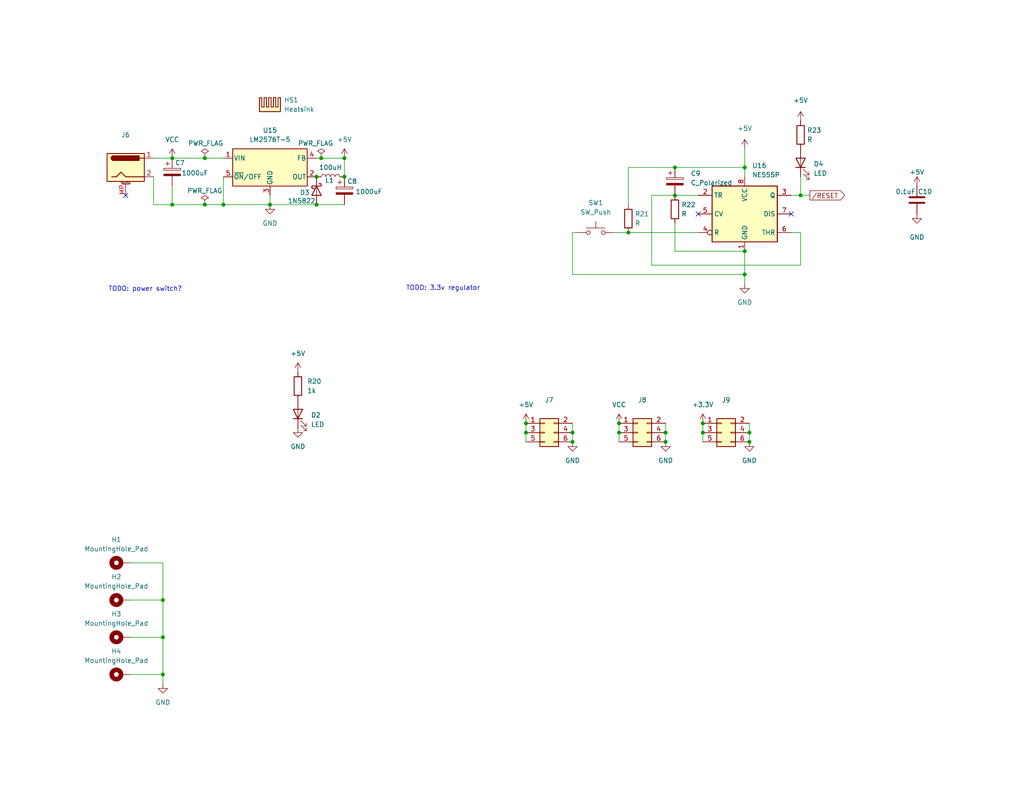
<source format=kicad_sch>
(kicad_sch (version 20231120) (generator "eeschema") (generator_version "8.0")
  (paper "A")
  (title_block (title "Mackerel-10 SBC v1") (date "2024-09-23") (rev "1.0a") (company "Colin Maykish"))
  (lib_symbols
    (symbol "Connector:Barrel_Jack_MountingPin" (pin_names hide)
      (property "Reference" "J" (at 0 5.334 0))
      (property "Value" "Barrel_Jack_MountingPin" (at 1.27 -6.35 0))
      (symbol "Barrel_Jack_MountingPin_0_1"
        (rectangle (start -5.08 3.81) (end 5.08 -3.81) (stroke (width 0.254)) (fill (type background)))
        (arc (start -3.302 3.175) (mid -3.9343 2.54) (end -3.302 1.905) (stroke (width 0.254)))
        (arc (start -3.302 3.175) (mid -3.9343 2.54) (end -3.302 1.905) (stroke (width 0.254)) (fill (type outline)))
        (polyline (pts (xy 5.08 2.54) (xy 3.81 2.54)) (stroke (width 0.254)))
        (polyline (pts (xy -3.81 -2.54) (xy -2.54 -2.54) (xy -1.27 -1.27) (xy 0 -2.54) (xy 2.54 -2.54) (xy 5.08 -2.54)) (stroke (width 0.254)))
        (rectangle (start 3.683 3.175) (end -3.302 1.905) (stroke (width 0.254)) (fill (type outline)))
      )
      (symbol "Barrel_Jack_MountingPin_1_1"
        (polyline (pts (xy -1.016 -4.572) (xy 1.016 -4.572)) (stroke (width 0.1524)))
        (text "Mounting" (at 0 -4.191 0) (effects (font (size 0.381 0.381))))
        (pin passive line (at 7.62 2.54 180) (length 2.54) (name "~") (number "1"))
        (pin passive line (at 7.62 -2.54 180) (length 2.54) (name "~") (number "2"))
        (pin passive line (at 0 -7.62 90) (length 3.048) (name "MountPin") (number "MP"))
      )
    )
    (symbol "Connector_Generic:Conn_02x03_Odd_Even" (pin_names (offset 1.016) hide)
      (property "Reference" "J" (at 1.27 5.08 0))
      (property "Value" "Conn_02x03_Odd_Even" (at 1.27 -5.08 0))
      (symbol "Conn_02x03_Odd_Even_1_1"
        (rectangle (start -1.27 -2.413) (end 0 -2.667) (stroke (width 0.1524)))
        (rectangle (start -1.27 0.127) (end 0 -0.127) (stroke (width 0.1524)))
        (rectangle (start -1.27 2.667) (end 0 2.413) (stroke (width 0.1524)))
        (rectangle (start -1.27 3.81) (end 3.81 -3.81) (stroke (width 0.254)) (fill (type background)))
        (rectangle (start 3.81 -2.413) (end 2.54 -2.667) (stroke (width 0.1524)))
        (rectangle (start 3.81 0.127) (end 2.54 -0.127) (stroke (width 0.1524)))
        (rectangle (start 3.81 2.667) (end 2.54 2.413) (stroke (width 0.1524)))
        (pin passive line (at -5.08 2.54 0) (length 3.81) (name "Pin_1") (number "1"))
        (pin passive line (at 7.62 2.54 180) (length 3.81) (name "Pin_2") (number "2"))
        (pin passive line (at -5.08 0 0) (length 3.81) (name "Pin_3") (number "3"))
        (pin passive line (at 7.62 0 180) (length 3.81) (name "Pin_4") (number "4"))
        (pin passive line (at -5.08 -2.54 0) (length 3.81) (name "Pin_5") (number "5"))
        (pin passive line (at 7.62 -2.54 180) (length 3.81) (name "Pin_6") (number "6"))
      )
    )
    (symbol "Device:C" (pin_numbers hide) (pin_names (offset 0.254))
      (property "Reference" "C" (at 0.635 2.54 0))
      (property "Value" "C" (at 0.635 -2.54 0))
      (symbol "C_0_1"
        (polyline (pts (xy -2.032 -0.762) (xy 2.032 -0.762)) (stroke (width 0.508)))
        (polyline (pts (xy -2.032 0.762) (xy 2.032 0.762)) (stroke (width 0.508)))
      )
      (symbol "C_1_1"
        (pin passive line (at 0 3.81 270) (length 2.794) (name "~") (number "1"))
        (pin passive line (at 0 -3.81 90) (length 2.794) (name "~") (number "2"))
      )
    )
    (symbol "Device:C_Polarized" (pin_numbers hide) (pin_names (offset 0.254))
      (property "Reference" "C" (at 0.635 2.54 0))
      (property "Value" "C_Polarized" (at 0.635 -2.54 0))
      (symbol "C_Polarized_0_1"
        (rectangle (start -2.286 0.508) (end 2.286 1.016))
        (polyline (pts (xy -1.778 2.286) (xy -0.762 2.286)))
        (polyline (pts (xy -1.27 2.794) (xy -1.27 1.778)))
        (rectangle (start 2.286 -0.508) (end -2.286 -1.016) (fill (type outline)))
      )
      (symbol "C_Polarized_1_1"
        (pin passive line (at 0 3.81 270) (length 2.794) (name "~") (number "1"))
        (pin passive line (at 0 -3.81 90) (length 2.794) (name "~") (number "2"))
      )
    )
    (symbol "Device:D_Schottky" (pin_numbers hide) (pin_names (offset 1.016) hide)
      (property "Reference" "D" (at 0 2.54 0))
      (property "Value" "D_Schottky" (at 0 -2.54 0))
      (symbol "D_Schottky_0_1"
        (polyline (pts (xy 1.27 0) (xy -1.27 0)))
        (polyline (pts (xy 1.27 1.27) (xy 1.27 -1.27) (xy -1.27 0) (xy 1.27 1.27)) (stroke (width 0.254)))
        (polyline (pts (xy -1.905 0.635) (xy -1.905 1.27) (xy -1.27 1.27) (xy -1.27 -1.27) (xy -0.635 -1.27) (xy -0.635 -0.635)) (stroke (width 0.254)))
      )
      (symbol "D_Schottky_1_1"
        (pin passive line (at -3.81 0 0) (length 2.54) (name "K") (number "1"))
        (pin passive line (at 3.81 0 180) (length 2.54) (name "A") (number "2"))
      )
    )
    (symbol "Device:L" (pin_numbers hide) (pin_names (offset 1.016) hide)
      (property "Reference" "L" (at -1.27 0 90))
      (property "Value" "L" (at 1.905 0 90))
      (symbol "L_0_1"
        (arc (start 0 -2.54) (mid 0.6323 -1.905) (end 0 -1.27))
        (arc (start 0 -1.27) (mid 0.6323 -0.635) (end 0 0))
        (arc (start 0 0) (mid 0.6323 0.635) (end 0 1.27))
        (arc (start 0 1.27) (mid 0.6323 1.905) (end 0 2.54))
      )
      (symbol "L_1_1"
        (pin passive line (at 0 3.81 270) (length 1.27) (name "1") (number "1"))
        (pin passive line (at 0 -3.81 90) (length 1.27) (name "2") (number "2"))
      )
    )
    (symbol "Device:LED" (pin_numbers hide) (pin_names (offset 1.016) hide)
      (property "Reference" "D" (at 0 2.54 0))
      (property "Value" "LED" (at 0 -2.54 0))
      (symbol "LED_0_1"
        (polyline (pts (xy -1.27 -1.27) (xy -1.27 1.27)) (stroke (width 0.254)))
        (polyline (pts (xy -1.27 0) (xy 1.27 0)))
        (polyline (pts (xy 1.27 -1.27) (xy 1.27 1.27) (xy -1.27 0) (xy 1.27 -1.27)) (stroke (width 0.254)))
        (polyline (pts (xy -3.048 -0.762) (xy -4.572 -2.286) (xy -3.81 -2.286) (xy -4.572 -2.286) (xy -4.572 -1.524)))
        (polyline (pts (xy -1.778 -0.762) (xy -3.302 -2.286) (xy -2.54 -2.286) (xy -3.302 -2.286) (xy -3.302 -1.524)))
      )
      (symbol "LED_1_1"
        (pin passive line (at -3.81 0 0) (length 2.54) (name "K") (number "1"))
        (pin passive line (at 3.81 0 180) (length 2.54) (name "A") (number "2"))
      )
    )
    (symbol "Device:R" (pin_numbers hide) (pin_names (offset 0))
      (property "Reference" "R" (at 2.032 0 90))
      (property "Value" "R" (at 0 0 90))
      (symbol "R_0_1"
        (rectangle (start -1.016 -2.54) (end 1.016 2.54) (stroke (width 0.254)))
      )
      (symbol "R_1_1"
        (pin passive line (at 0 3.81 270) (length 1.27) (name "~") (number "1"))
        (pin passive line (at 0 -3.81 90) (length 1.27) (name "~") (number "2"))
      )
    )
    (symbol "Mechanical:Heatsink" (pin_names (offset 1.016)) (exclude_from_sim yes)
      (property "Reference" "HS" (at 0 5.08 0))
      (property "Value" "Heatsink" (at 0 -1.27 0))
      (symbol "Heatsink_0_1"
        (polyline (pts (xy -0.3302 1.27) (xy -0.9652 1.27) (xy -0.9652 3.81) (xy -1.6002 3.81) (xy -1.6002 1.27) (xy -2.2352 1.27) (xy -2.2352 3.81) (xy -2.8702 3.81) (xy -2.8702 0) (xy -0.9652 0)) (stroke (width 0.254)) (fill (type background)))
        (polyline (pts (xy -0.3302 1.27) (xy -0.3302 3.81) (xy 0.3048 3.81) (xy 0.3048 1.27) (xy 0.9398 1.27) (xy 0.9398 3.81) (xy 1.5748 3.81) (xy 1.5748 1.27) (xy 2.2098 1.27) (xy 2.2098 3.81) (xy 2.8448 3.81) (xy 2.8448 0) (xy -0.9652 0)) (stroke (width 0.254)) (fill (type background)))
      )
    )
    (symbol "Mechanical:MountingHole_Pad" (pin_numbers hide) (pin_names (offset 1.016) hide) (exclude_from_sim yes) (in_bom no)
      (property "Reference" "H" (at 0 6.35 0))
      (property "Value" "MountingHole_Pad" (at 0 4.445 0))
      (symbol "MountingHole_Pad_0_1"
        (circle (center 0 1.27) (radius 1.27) (stroke (width 1.27)))
      )
      (symbol "MountingHole_Pad_1_1"
        (pin input line (at 0 -2.54 90) (length 2.54) (name "1") (number "1"))
      )
    )
    (symbol "Regulator_Switching:LM2576T-5" (pin_names (offset 0.254))
      (property "Reference" "U" (at -10.16 6.35 0))
      (property "Value" "LM2576T-5" (at 0 6.35 0))
      (symbol "LM2576T-5_0_1"
        (rectangle (start -10.16 5.08) (end 10.16 -5.08) (stroke (width 0.254)) (fill (type background)))
      )
      (symbol "LM2576T-5_1_1"
        (pin power_in line (at -12.7 2.54 0) (length 2.54) (name "VIN") (number "1"))
        (pin output line (at 12.7 -2.54 180) (length 2.54) (name "OUT") (number "2"))
        (pin power_in line (at 0 -7.62 90) (length 2.54) (name "GND") (number "3"))
        (pin input line (at 12.7 2.54 180) (length 2.54) (name "FB") (number "4"))
        (pin input line (at -12.7 -2.54 0) (length 2.54) (name "~{ON}/OFF") (number "5"))
      )
    )
    (symbol "Switch:SW_Push" (pin_numbers hide) (pin_names (offset 1.016) hide)
      (property "Reference" "SW" (at 1.27 2.54 0))
      (property "Value" "SW_Push" (at 0 -1.524 0))
      (symbol "SW_Push_0_1"
        (circle (center -2.032 0) (radius 0.508))
        (polyline (pts (xy 0 1.27) (xy 0 3.048)))
        (polyline (pts (xy 2.54 1.27) (xy -2.54 1.27)))
        (circle (center 2.032 0) (radius 0.508))
        (pin passive line (at -5.08 0 0) (length 2.54) (name "1") (number "1"))
        (pin passive line (at 5.08 0 180) (length 2.54) (name "2") (number "2"))
      )
    )
    (symbol "Timer:NE555P"
      (property "Reference" "U" (at -10.16 8.89 0))
      (property "Value" "NE555P" (at 2.54 8.89 0))
      (symbol "NE555P_0_0"
        (pin power_in line (at 0 -10.16 90) (length 2.54) (name "GND") (number "1"))
        (pin power_in line (at 0 10.16 270) (length 2.54) (name "VCC") (number "8"))
      )
      (symbol "NE555P_0_1"
        (rectangle (start -8.89 -7.62) (end 8.89 7.62) (stroke (width 0.254)) (fill (type background)))
        (rectangle (start -8.89 -7.62) (end 8.89 7.62) (stroke (width 0.254)) (fill (type background)))
      )
      (symbol "NE555P_1_1"
        (pin input line (at -12.7 5.08 0) (length 3.81) (name "TR") (number "2"))
        (pin output line (at 12.7 5.08 180) (length 3.81) (name "Q") (number "3"))
        (pin input inverted (at -12.7 -5.08 0) (length 3.81) (name "R") (number "4"))
        (pin input line (at -12.7 0 0) (length 3.81) (name "CV") (number "5"))
        (pin input line (at 12.7 -5.08 180) (length 3.81) (name "THR") (number "6"))
        (pin input line (at 12.7 0 180) (length 3.81) (name "DIS") (number "7"))
      )
    )
    (symbol "power:+3.3V" (power) (pin_numbers hide) (pin_names (offset 0) hide)
      (property "Value" "+3.3V" (at 0 3.556 0))
      (symbol "+3.3V_0_1"
        (polyline (pts (xy -0.762 1.27) (xy 0 2.54)))
        (polyline (pts (xy 0 0) (xy 0 2.54)))
        (polyline (pts (xy 0 2.54) (xy 0.762 1.27)))
      )
      (symbol "+3.3V_1_1"
        (pin power_in line (at 0 0 90) (length 0) (name "~") (number "1"))
      )
    )
    (symbol "power:+5V" (power) (pin_numbers hide) (pin_names (offset 0) hide)
      (property "Value" "+5V" (at 0 3.556 0))
      (symbol "+5V_0_1"
        (polyline (pts (xy -0.762 1.27) (xy 0 2.54)))
        (polyline (pts (xy 0 0) (xy 0 2.54)))
        (polyline (pts (xy 0 2.54) (xy 0.762 1.27)))
      )
      (symbol "+5V_1_1"
        (pin power_in line (at 0 0 90) (length 0) (name "~") (number "1"))
      )
    )
    (symbol "power:GND" (power) (pin_numbers hide) (pin_names (offset 0) hide)
      (property "Value" "GND" (at 0 -3.81 0))
      (symbol "GND_0_1"
        (polyline (pts (xy 0 0) (xy 0 -1.27) (xy 1.27 -1.27) (xy 0 -2.54) (xy -1.27 -1.27) (xy 0 -1.27)))
      )
      (symbol "GND_1_1"
        (pin power_in line (at 0 0 270) (length 0) (name "~") (number "1"))
      )
    )
    (symbol "power:PWR_FLAG" (power) (pin_numbers hide) (pin_names (offset 0) hide)
      (property "Value" "PWR_FLAG" (at 0 3.81 0))
      (symbol "PWR_FLAG_0_0"
        (pin power_out line (at 0 0 90) (length 0) (name "~") (number "1"))
      )
      (symbol "PWR_FLAG_0_1"
        (polyline (pts (xy 0 0) (xy 0 1.27) (xy -1.016 1.905) (xy 0 2.54) (xy 1.016 1.905) (xy 0 1.27)))
      )
    )
    (symbol "power:VCC" (power) (pin_numbers hide) (pin_names (offset 0) hide)
      (property "Value" "VCC" (at 0 3.556 0))
      (symbol "VCC_0_1"
        (polyline (pts (xy -0.762 1.27) (xy 0 2.54)))
        (polyline (pts (xy 0 0) (xy 0 2.54)))
        (polyline (pts (xy 0 2.54) (xy 0.762 1.27)))
      )
      (symbol "VCC_1_1"
        (pin power_in line (at 0 0 90) (length 0) (name "~") (number "1"))
      )
    )
  )
  (junction (at 46.99 55.88))
  (junction (at 73.66 55.88))
  (junction (at 55.88 43.18))
  (junction (at 93.98 48.26))
  (junction (at 46.99 43.18))
  (junction (at 86.36 55.88))
  (junction (at 86.36 48.26))
  (junction (at 204.47 120.65))
  (junction (at 143.51 118.11))
  (junction (at 184.15 45.72))
  (junction (at 44.45 184.15))
  (junction (at 156.21 120.65))
  (junction (at 60.96 55.88))
  (junction (at 203.2 74.93))
  (junction (at 181.61 118.11))
  (junction (at 168.91 118.11))
  (junction (at 184.15 53.34))
  (junction (at 44.45 173.99))
  (junction (at 44.45 163.83))
  (junction (at 191.77 115.57))
  (junction (at 87.63 43.18))
  (junction (at 218.44 53.34))
  (junction (at 143.51 115.57))
  (junction (at 203.2 68.58))
  (junction (at 191.77 118.11))
  (junction (at 93.98 43.18))
  (junction (at 204.47 118.11))
  (junction (at 203.2 45.72))
  (junction (at 181.61 120.65))
  (junction (at 171.45 63.5))
  (junction (at 55.88 55.88))
  (junction (at 156.21 118.11))
  (junction (at 168.91 115.57))
  (no_connect (at 215.9 58.42))
  (no_connect (at 34.29 53.34))
  (no_connect (at 190.5 58.42))
  (wire (pts (xy 220.98 53.34) (xy 218.44 53.34)))
  (wire (pts (xy 46.99 55.88) (xy 46.99 50.8)))
  (wire (pts (xy 177.8 72.39) (xy 218.44 72.39)))
  (wire (pts (xy 218.44 72.39) (xy 218.44 63.5)))
  (wire (pts (xy 143.51 115.57) (xy 143.51 118.11)))
  (wire (pts (xy 203.2 40.64) (xy 203.2 45.72)))
  (wire (pts (xy 171.45 55.88) (xy 171.45 45.72)))
  (wire (pts (xy 41.91 55.88) (xy 46.99 55.88)))
  (wire (pts (xy 181.61 115.57) (xy 181.61 118.11)))
  (wire (pts (xy 204.47 115.57) (xy 204.47 118.11)))
  (wire (pts (xy 203.2 74.93) (xy 203.2 77.47)))
  (wire (pts (xy 184.15 45.72) (xy 203.2 45.72)))
  (wire (pts (xy 55.88 43.18) (xy 60.96 43.18)))
  (wire (pts (xy 44.45 186.69) (xy 44.45 184.15)))
  (wire (pts (xy 204.47 118.11) (xy 204.47 120.65)))
  (wire (pts (xy 143.51 118.11) (xy 143.51 120.65)))
  (wire (pts (xy 60.96 55.88) (xy 55.88 55.88)))
  (wire (pts (xy 218.44 53.34) (xy 215.9 53.34)))
  (wire (pts (xy 46.99 43.18) (xy 55.88 43.18)))
  (wire (pts (xy 171.45 45.72) (xy 184.15 45.72)))
  (wire (pts (xy 191.77 115.57) (xy 191.77 118.11)))
  (wire (pts (xy 203.2 68.58) (xy 184.15 68.58)))
  (wire (pts (xy 177.8 53.34) (xy 177.8 72.39)))
  (wire (pts (xy 184.15 68.58) (xy 184.15 60.96)))
  (wire (pts (xy 93.98 48.26) (xy 93.98 43.18)))
  (wire (pts (xy 203.2 68.58) (xy 203.2 74.93)))
  (wire (pts (xy 184.15 53.34) (xy 177.8 53.34)))
  (wire (pts (xy 167.64 63.5) (xy 171.45 63.5)))
  (wire (pts (xy 60.96 48.26) (xy 60.96 55.88)))
  (wire (pts (xy 156.21 115.57) (xy 156.21 118.11)))
  (wire (pts (xy 218.44 63.5) (xy 215.9 63.5)))
  (wire (pts (xy 93.98 43.18) (xy 87.63 43.18)))
  (wire (pts (xy 35.56 163.83) (xy 44.45 163.83)))
  (wire (pts (xy 73.66 55.88) (xy 73.66 53.34)))
  (wire (pts (xy 156.21 63.5) (xy 156.21 74.93)))
  (wire (pts (xy 41.91 48.26) (xy 41.91 55.88)))
  (wire (pts (xy 44.45 153.67) (xy 44.45 163.83)))
  (wire (pts (xy 168.91 115.57) (xy 168.91 118.11)))
  (wire (pts (xy 35.56 184.15) (xy 44.45 184.15)))
  (wire (pts (xy 171.45 63.5) (xy 190.5 63.5)))
  (wire (pts (xy 218.44 48.26) (xy 218.44 53.34)))
  (wire (pts (xy 41.91 43.18) (xy 46.99 43.18)))
  (wire (pts (xy 35.56 153.67) (xy 44.45 153.67)))
  (wire (pts (xy 87.63 43.18) (xy 86.36 43.18)))
  (wire (pts (xy 156.21 118.11) (xy 156.21 120.65)))
  (wire (pts (xy 184.15 53.34) (xy 190.5 53.34)))
  (wire (pts (xy 203.2 45.72) (xy 203.2 48.26)))
  (wire (pts (xy 156.21 74.93) (xy 203.2 74.93)))
  (wire (pts (xy 44.45 163.83) (xy 44.45 173.99)))
  (wire (pts (xy 86.36 55.88) (xy 73.66 55.88)))
  (wire (pts (xy 86.36 55.88) (xy 93.98 55.88)))
  (wire (pts (xy 73.66 55.88) (xy 60.96 55.88)))
  (wire (pts (xy 46.99 55.88) (xy 55.88 55.88)))
  (wire (pts (xy 191.77 118.11) (xy 191.77 120.65)))
  (wire (pts (xy 181.61 118.11) (xy 181.61 120.65)))
  (wire (pts (xy 157.48 63.5) (xy 156.21 63.5)))
  (wire (pts (xy 35.56 173.99) (xy 44.45 173.99)))
  (wire (pts (xy 44.45 173.99) (xy 44.45 184.15)))
  (wire (pts (xy 168.91 118.11) (xy 168.91 120.65)))
  (text "TODO: power switch?" (at 39.624 78.994 0) (effects (font (size 1.27 1.27))))
  (text "TODO: 3.3v regulator" (at 120.904 78.74 0) (effects (font (size 1.27 1.27))))
  (global_label "{slash}RESET" (shape output) (at 220.98 53.34 0) (property "Intersheetrefs" "${INTERSHEET_REFS}" (effects (hide yes))))
  (symbol (lib_id "Device:C_Polarized") (at 184.15 49.53 0) (unit 1)
    (property "Reference" "C9" (at 188.468 47.3709 0) (effects (justify left)))
    (property "Value" "C_Polarized" (at 188.468 49.9109 0) (effects (justify left)))
    (property "Footprint" "Capacitor_THT:CP_Radial_D5.0mm_P2.50mm" (effects (hide yes)))
    (property "Description" "Polarized capacitor" (effects (hide yes)))
  )
  (symbol (lib_id "Regulator_Switching:LM2576T-5") (at 73.66 45.72 0) (unit 1)
    (property "Reference" "U15" (at 73.66 35.56 0))
    (property "Value" "LM2576T-5" (at 73.66 38.1 0))
    (property "Footprint" "Package_TO_SOT_THT:TO-220-5_Vertical" (effects (hide yes)))
    (property "Datasheet" "http://www.ti.com/lit/ds/symlink/lm2576.pdf" (effects (hide yes)))
    (property "Description" "5V, 3A SIMPLE SWITCHER® Step-Down Voltage Regulator, TO-220-5" (effects (hide yes)))
  )
  (symbol (lib_id "power:+5V") (at 93.98 43.18 0) (unit 1)
    (property "Reference" "#PWR066" (effects (hide yes)))
    (property "Value" "+5V" (at 93.98 38.1 0))
    (property "Description" "Power symbol creates a global label with name \"+5V\"" (effects (hide yes)))
  )
  (symbol (lib_id "power:GND") (at 81.28 116.84 0) (unit 1)
    (property "Reference" "#PWR065" (effects (hide yes)))
    (property "Value" "GND" (at 81.28 121.92 0))
    (property "Description" "Power symbol creates a global label with name \"GND\" , ground" (effects (hide yes)))
  )
  (symbol (lib_id "power:+3.3V") (at 191.77 115.57 0) (unit 1)
    (property "Reference" "#PWR071" (effects (hide yes)))
    (property "Value" "+3.3V" (at 191.77 110.49 0))
    (property "Description" "Power symbol creates a global label with name \"+3.3V\"" (effects (hide yes)))
  )
  (symbol (lib_id "Mechanical:MountingHole_Pad") (at 33.02 153.67 90) (unit 1) (exclude_from_sim yes) (in_bom no)
    (property "Reference" "H1" (at 31.75 147.32 90))
    (property "Value" "MountingHole_Pad" (at 31.75 149.86 90))
    (property "Footprint" "MountingHole:MountingHole_3.2mm_M3_Pad" (effects (hide yes)))
    (property "Description" "Mounting Hole with connection" (effects (hide yes)))
  )
  (symbol (lib_id "power:GND") (at 73.66 55.88 0) (unit 1)
    (property "Reference" "#PWR063" (effects (hide yes)))
    (property "Value" "GND" (at 73.66 60.96 0))
    (property "Description" "Power symbol creates a global label with name \"GND\" , ground" (effects (hide yes)))
  )
  (symbol (lib_id "Device:C_Polarized") (at 93.98 52.07 0) (unit 1)
    (property "Reference" "C8" (at 94.742 49.53 0) (effects (justify left)))
    (property "Value" "1000uF" (at 97.028 52.324 0) (effects (justify left)))
    (property "Footprint" "Capacitor_THT:CP_Radial_D10.0mm_P5.00mm" (effects (hide yes)))
    (property "Description" "Polarized capacitor" (effects (hide yes)))
  )
  (symbol (lib_id "Connector_Generic:Conn_02x03_Odd_Even") (at 173.99 118.11 0) (unit 1)
    (property "Reference" "J8" (at 175.26 109.22 0))
    (property "Value" "Conn_02x03_Odd_Even" (effects (hide yes)))
    (property "Footprint" "Connector_PinHeader_2.54mm:PinHeader_2x03_P2.54mm_Vertical" (effects (hide yes)))
    (property "Description" "Generic connector, double row, 02x03, odd/even pin numbering scheme (row 1 odd numbers, row 2 even numbers), script generated (kicad-library-utils/schlib/autogen/connector/)" (effects (hide yes)))
  )
  (symbol (lib_id "Connector_Generic:Conn_02x03_Odd_Even") (at 148.59 118.11 0) (unit 1)
    (property "Reference" "J7" (at 149.86 109.22 0))
    (property "Value" "Conn_02x03_Odd_Even" (effects (hide yes)))
    (property "Footprint" "Connector_PinHeader_2.54mm:PinHeader_2x03_P2.54mm_Vertical" (effects (hide yes)))
    (property "Description" "Generic connector, double row, 02x03, odd/even pin numbering scheme (row 1 odd numbers, row 2 even numbers), script generated (kicad-library-utils/schlib/autogen/connector/)" (effects (hide yes)))
  )
  (symbol (lib_id "Timer:NE555P") (at 203.2 58.42 0) (unit 1)
    (property "Reference" "U16" (at 205.2194 45.212 0) (effects (justify left)))
    (property "Value" "NE555P" (at 205.2194 47.752 0) (effects (justify left)))
    (property "Footprint" "Package_DIP:DIP-8_W7.62mm" (effects (hide yes)))
    (property "Datasheet" "http://www.ti.com/lit/ds/symlink/ne555.pdf" (effects (hide yes)))
    (property "Description" "Precision Timers, 555 compatible,  PDIP-8" (effects (hide yes)))
  )
  (symbol (lib_id "Mechanical:MountingHole_Pad") (at 33.02 184.15 90) (unit 1) (exclude_from_sim yes) (in_bom no)
    (property "Reference" "H4" (at 31.75 177.8 90))
    (property "Value" "MountingHole_Pad" (at 31.75 180.34 90))
    (property "Footprint" "MountingHole:MountingHole_3.2mm_M3_Pad" (effects (hide yes)))
    (property "Description" "Mounting Hole with connection" (effects (hide yes)))
  )
  (symbol (lib_id "Device:C_Polarized") (at 46.99 46.99 0) (unit 1)
    (property "Reference" "C7" (at 47.752 44.45 0) (effects (justify left)))
    (property "Value" "1000uF" (at 49.53 47.244 0) (effects (justify left)))
    (property "Footprint" "Capacitor_THT:CP_Radial_D10.0mm_P5.00mm" (effects (hide yes)))
    (property "Description" "Polarized capacitor" (effects (hide yes)))
  )
  (symbol (lib_id "power:+5V") (at 203.2 40.64 0) (unit 1)
    (property "Reference" "#PWR072" (effects (hide yes)))
    (property "Value" "+5V" (at 203.2 35.052 0))
    (property "Description" "Power symbol creates a global label with name \"+5V\"" (effects (hide yes)))
  )
  (symbol (lib_id "Connector_Generic:Conn_02x03_Odd_Even") (at 196.85 118.11 0) (unit 1)
    (property "Reference" "J9" (at 198.12 109.22 0))
    (property "Value" "Conn_02x03_Odd_Even" (effects (hide yes)))
    (property "Footprint" "Connector_PinHeader_2.54mm:PinHeader_2x03_P2.54mm_Vertical" (effects (hide yes)))
    (property "Description" "Generic connector, double row, 02x03, odd/even pin numbering scheme (row 1 odd numbers, row 2 even numbers), script generated (kicad-library-utils/schlib/autogen/connector/)" (effects (hide yes)))
  )
  (symbol (lib_id "Device:R") (at 218.44 36.83 0) (unit 1)
    (property "Reference" "R23" (at 220.218 35.5599 0) (effects (justify left)))
    (property "Value" "R" (at 220.218 38.0999 0) (effects (justify left)))
    (property "Footprint" "Resistor_THT:R_Axial_DIN0207_L6.3mm_D2.5mm_P7.62mm_Horizontal" (effects (hide yes)))
    (property "Description" "Resistor" (effects (hide yes)))
  )
  (symbol (lib_id "power:GND") (at 156.21 120.65 0) (unit 1)
    (property "Reference" "#PWR068" (effects (hide yes)))
    (property "Value" "GND" (at 156.21 125.73 0))
    (property "Description" "Power symbol creates a global label with name \"GND\" , ground" (effects (hide yes)))
  )
  (symbol (lib_id "Device:LED") (at 218.44 44.45 90) (unit 1)
    (property "Reference" "D4" (at 221.996 44.7674 90) (effects (justify right)))
    (property "Value" "LED" (at 221.996 47.3074 90) (effects (justify right)))
    (property "Footprint" "LED_THT:LED_D5.0mm" (effects (hide yes)))
    (property "Description" "Light emitting diode" (effects (hide yes)))
  )
  (symbol (lib_id "power:GND") (at 181.61 120.65 0) (unit 1)
    (property "Reference" "#PWR070" (effects (hide yes)))
    (property "Value" "GND" (at 181.61 125.73 0))
    (property "Description" "Power symbol creates a global label with name \"GND\" , ground" (effects (hide yes)))
  )
  (symbol (lib_id "power:PWR_FLAG") (at 55.88 55.88 0) (unit 1)
    (property "Reference" "#FLG02" (effects (hide yes)))
    (property "Value" "PWR_FLAG" (at 55.88 52.07 0))
    (property "Description" "Special symbol for telling ERC where power comes from" (effects (hide yes)))
  )
  (symbol (lib_id "Device:R") (at 171.45 59.69 0) (unit 1)
    (property "Reference" "R21" (at 173.228 58.4199 0) (effects (justify left)))
    (property "Value" "R" (at 173.228 60.9599 0) (effects (justify left)))
    (property "Footprint" "Resistor_THT:R_Axial_DIN0207_L6.3mm_D2.5mm_P7.62mm_Horizontal" (effects (hide yes)))
    (property "Description" "Resistor" (effects (hide yes)))
  )
  (symbol (lib_id "Mechanical:MountingHole_Pad") (at 33.02 163.83 90) (unit 1) (exclude_from_sim yes) (in_bom no)
    (property "Reference" "H2" (at 31.75 157.48 90))
    (property "Value" "MountingHole_Pad" (at 31.75 160.02 90))
    (property "Footprint" "MountingHole:MountingHole_3.2mm_M3_Pad" (effects (hide yes)))
    (property "Description" "Mounting Hole with connection" (effects (hide yes)))
  )
  (symbol (lib_id "Device:LED") (at 81.28 113.03 90) (unit 1)
    (property "Reference" "D2" (at 84.836 113.3474 90) (effects (justify right)))
    (property "Value" "LED" (at 84.836 115.8874 90) (effects (justify right)))
    (property "Footprint" "LED_THT:LED_D5.0mm" (effects (hide yes)))
    (property "Description" "Light emitting diode" (effects (hide yes)))
  )
  (symbol (lib_id "power:+5V") (at 218.44 33.02 0) (unit 1)
    (property "Reference" "#PWR075" (effects (hide yes)))
    (property "Value" "+5V" (at 218.44 27.432 0))
    (property "Description" "Power symbol creates a global label with name \"+5V\"" (effects (hide yes)))
  )
  (symbol (lib_id "Connector:Barrel_Jack_MountingPin") (at 34.29 45.72 0) (unit 1)
    (property "Reference" "J6" (at 34.29 36.83 0))
    (property "Value" "Barrel_Jack_MountingPin" (effects (hide yes)))
    (property "Footprint" "Connector_BarrelJack:BarrelJack_Horizontal" (effects (hide yes)))
    (property "Description" "DC Barrel Jack with a mounting pin" (effects (hide yes)))
  )
  (symbol (lib_id "Device:R") (at 184.15 57.15 0) (unit 1)
    (property "Reference" "R22" (at 185.928 55.8799 0) (effects (justify left)))
    (property "Value" "R" (at 185.928 58.4199 0) (effects (justify left)))
    (property "Footprint" "Resistor_THT:R_Axial_DIN0207_L6.3mm_D2.5mm_P7.62mm_Horizontal" (effects (hide yes)))
    (property "Description" "Resistor" (effects (hide yes)))
  )
  (symbol (lib_id "power:+5V") (at 143.51 115.57 0) (unit 1)
    (property "Reference" "#PWR067" (effects (hide yes)))
    (property "Value" "+5V" (at 143.51 110.49 0))
    (property "Description" "Power symbol creates a global label with name \"+5V\"" (effects (hide yes)))
  )
  (symbol (lib_id "power:GND") (at 203.2 77.47 0) (unit 1)
    (property "Reference" "#PWR073" (effects (hide yes)))
    (property "Value" "GND" (at 203.2 82.55 0))
    (property "Description" "Power symbol creates a global label with name \"GND\" , ground" (effects (hide yes)))
  )
  (symbol (lib_id "power:GND") (at 250.19 58.42 0) (unit 1)
    (property "Reference" "#PWR077" (effects (hide yes)))
    (property "Value" "GND" (at 250.19 64.77 0))
    (property "Description" "Power symbol creates a global label with name \"GND\" , ground" (effects (hide yes)))
  )
  (symbol (lib_id "power:GND") (at 204.47 120.65 0) (unit 1)
    (property "Reference" "#PWR074" (effects (hide yes)))
    (property "Value" "GND" (at 204.47 125.73 0))
    (property "Description" "Power symbol creates a global label with name \"GND\" , ground" (effects (hide yes)))
  )
  (symbol (lib_id "power:PWR_FLAG") (at 87.63 43.18 0) (unit 1)
    (property "Reference" "#FLG03" (effects (hide yes)))
    (property "Value" "PWR_FLAG" (at 86.106 39.116 0))
    (property "Description" "Special symbol for telling ERC where power comes from" (effects (hide yes)))
  )
  (symbol (lib_id "Mechanical:Heatsink") (at 73.66 30.48 0) (unit 1) (exclude_from_sim yes)
    (property "Reference" "HS1" (at 77.47 27.3049 0) (effects (justify left)))
    (property "Value" "Heatsink" (at 77.47 29.8449 0) (effects (justify left)))
    (property "Footprint" "Heatsink:Heatsink_Stonecold_HS-S02_13.21x9.53mm" (effects (hide yes)))
    (property "Description" "Heatsink" (effects (hide yes)))
  )
  (symbol (lib_id "power:+5V") (at 81.28 101.6 0) (unit 1)
    (property "Reference" "#PWR064" (effects (hide yes)))
    (property "Value" "+5V" (at 81.28 96.52 0))
    (property "Description" "Power symbol creates a global label with name \"+5V\"" (effects (hide yes)))
  )
  (symbol (lib_id "power:PWR_FLAG") (at 55.88 43.18 0) (unit 1)
    (property "Reference" "#FLG01" (effects (hide yes)))
    (property "Value" "PWR_FLAG" (at 56.134 39.116 0))
    (property "Description" "Special symbol for telling ERC where power comes from" (effects (hide yes)))
  )
  (symbol (lib_id "Switch:SW_Push") (at 162.56 63.5 0) (unit 1)
    (property "Reference" "SW1" (at 162.56 55.372 0))
    (property "Value" "SW_Push" (at 162.56 57.912 0))
    (property "Footprint" "Button_Switch_THT:SW_PUSH_6mm_H5mm" (effects (hide yes)))
    (property "Description" "Push button switch, generic, two pins" (effects (hide yes)))
  )
  (symbol (lib_id "Mechanical:MountingHole_Pad") (at 33.02 173.99 90) (unit 1) (exclude_from_sim yes) (in_bom no)
    (property "Reference" "H3" (at 31.75 167.64 90))
    (property "Value" "MountingHole_Pad" (at 31.75 170.18 90))
    (property "Footprint" "MountingHole:MountingHole_3.2mm_M3_Pad" (effects (hide yes)))
    (property "Description" "Mounting Hole with connection" (effects (hide yes)))
  )
  (symbol (lib_id "power:VCC") (at 46.99 43.18 0) (unit 1)
    (property "Reference" "#PWR062" (effects (hide yes)))
    (property "Value" "VCC" (at 46.99 38.1 0))
    (property "Description" "Power symbol creates a global label with name \"VCC\"" (effects (hide yes)))
  )
  (symbol (lib_id "Device:D_Schottky") (at 86.36 52.07 270) (unit 1)
    (property "Reference" "D3" (at 81.788 52.578 90) (effects (justify left)))
    (property "Value" "1N5822" (at 78.486 54.864 90) (effects (justify left)))
    (property "Footprint" "Diode_THT:D_DO-27_P15.24mm_Horizontal" (effects (hide yes)))
    (property "Description" "Schottky diode" (effects (hide yes)))
  )
  (symbol (lib_id "Device:R") (at 81.28 105.41 0) (unit 1)
    (property "Reference" "R20" (at 83.82 104.1399 0) (effects (justify left)))
    (property "Value" "1k" (at 83.82 106.6799 0) (effects (justify left)))
    (property "Footprint" "Resistor_THT:R_Axial_DIN0207_L6.3mm_D2.5mm_P7.62mm_Horizontal" (effects (hide yes)))
    (property "Description" "Resistor" (effects (hide yes)))
  )
  (symbol (lib_id "power:+5V") (at 250.19 50.8 0) (unit 1)
    (property "Reference" "#PWR076" (effects (hide yes)))
    (property "Value" "+5V" (at 250.19 46.99 0))
    (property "Description" "Power symbol creates a global label with name \"+5V\"" (effects (hide yes)))
  )
  (symbol (lib_id "power:VCC") (at 168.91 115.57 0) (unit 1)
    (property "Reference" "#PWR069" (effects (hide yes)))
    (property "Value" "VCC" (at 168.91 110.49 0))
    (property "Description" "Power symbol creates a global label with name \"VCC\"" (effects (hide yes)))
  )
  (symbol (lib_id "Device:L") (at 90.17 48.26 90) (unit 1)
    (property "Reference" "L1" (at 89.916 49.276 90))
    (property "Value" "100uH" (at 90.17 45.72 90))
    (property "Footprint" "Inductor_THT:L_Radial_D10.0mm_P5.00mm_Fastron_07M" (effects (hide yes)))
    (property "Description" "Inductor" (effects (hide yes)))
  )
  (symbol (lib_id "power:GND") (at 44.45 186.69 0) (unit 1)
    (property "Reference" "#PWR061" (effects (hide yes)))
    (property "Value" "GND" (at 44.45 191.77 0))
    (property "Description" "Power symbol creates a global label with name \"GND\" , ground" (effects (hide yes)))
  )
  (symbol (lib_id "Device:C") (at 250.19 54.61 0) (unit 1)
    (property "Reference" "C10" (at 250.444 52.324 0) (effects (justify left)))
    (property "Value" "0.1uF" (at 244.348 52.324 0) (effects (justify left)))
    (property "Footprint" "Capacitor_THT:C_Disc_D4.7mm_W2.5mm_P5.00mm" (effects (hide yes)))
    (property "Description" "Unpolarized capacitor" (effects (hide yes)))
  )
)
</source>
